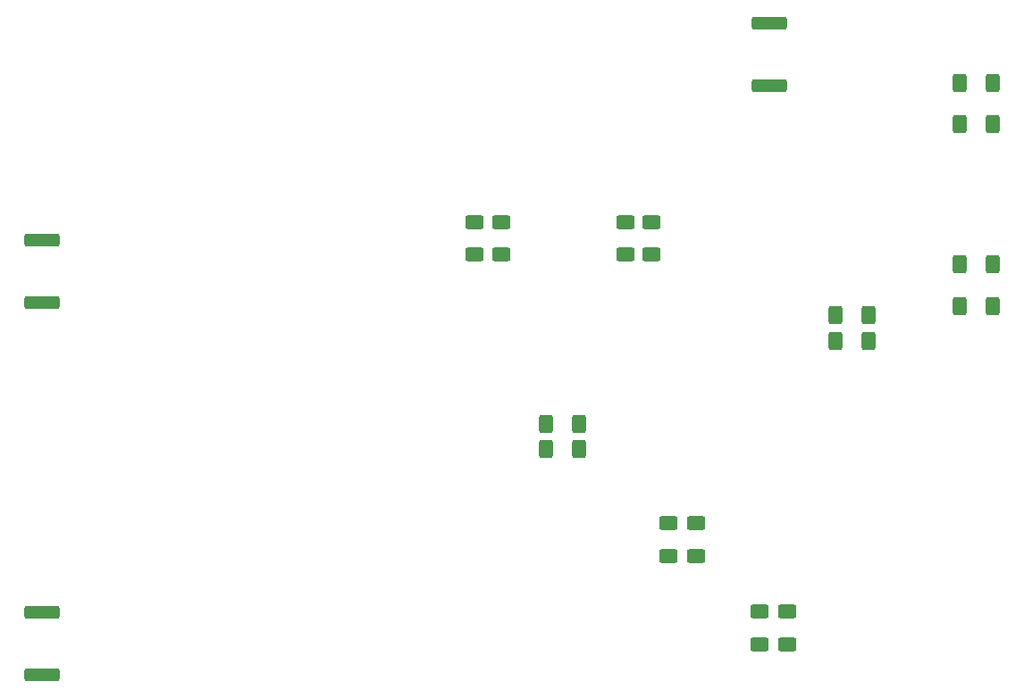
<source format=gbr>
%TF.GenerationSoftware,KiCad,Pcbnew,(6.0.0)*%
%TF.CreationDate,2022-08-03T23:10:52+01:00*%
%TF.ProjectId,Decware SE84 SMD,44656377-6172-4652-9053-45383420534d,rev?*%
%TF.SameCoordinates,Original*%
%TF.FileFunction,Paste,Top*%
%TF.FilePolarity,Positive*%
%FSLAX46Y46*%
G04 Gerber Fmt 4.6, Leading zero omitted, Abs format (unit mm)*
G04 Created by KiCad (PCBNEW (6.0.0)) date 2022-08-03 23:10:52*
%MOMM*%
%LPD*%
G01*
G04 APERTURE LIST*
G04 Aperture macros list*
%AMRoundRect*
0 Rectangle with rounded corners*
0 $1 Rounding radius*
0 $2 $3 $4 $5 $6 $7 $8 $9 X,Y pos of 4 corners*
0 Add a 4 corners polygon primitive as box body*
4,1,4,$2,$3,$4,$5,$6,$7,$8,$9,$2,$3,0*
0 Add four circle primitives for the rounded corners*
1,1,$1+$1,$2,$3*
1,1,$1+$1,$4,$5*
1,1,$1+$1,$6,$7*
1,1,$1+$1,$8,$9*
0 Add four rect primitives between the rounded corners*
20,1,$1+$1,$2,$3,$4,$5,0*
20,1,$1+$1,$4,$5,$6,$7,0*
20,1,$1+$1,$6,$7,$8,$9,0*
20,1,$1+$1,$8,$9,$2,$3,0*%
G04 Aperture macros list end*
%ADD10RoundRect,0.250000X-0.400000X-0.625000X0.400000X-0.625000X0.400000X0.625000X-0.400000X0.625000X0*%
%ADD11RoundRect,0.250000X-0.625000X0.400000X-0.625000X-0.400000X0.625000X-0.400000X0.625000X0.400000X0*%
%ADD12RoundRect,0.250000X0.400000X0.625000X-0.400000X0.625000X-0.400000X-0.625000X0.400000X-0.625000X0*%
%ADD13RoundRect,0.250000X0.625000X-0.400000X0.625000X0.400000X-0.625000X0.400000X-0.625000X-0.400000X0*%
%ADD14RoundRect,0.250000X1.425000X-0.362500X1.425000X0.362500X-1.425000X0.362500X-1.425000X-0.362500X0*%
%ADD15RoundRect,0.250000X-1.425000X0.362500X-1.425000X-0.362500X1.425000X-0.362500X1.425000X0.362500X0*%
G04 APERTURE END LIST*
D10*
%TO.C,R17*%
X130080000Y-88971357D03*
X133180000Y-88971357D03*
%TD*%
D11*
%TO.C,R15*%
X86659046Y-102172464D03*
X86659046Y-105272464D03*
%TD*%
D12*
%TO.C,R12*%
X133180000Y-92897689D03*
X130080000Y-92897689D03*
%TD*%
D13*
%TO.C,R2*%
X113720000Y-142230000D03*
X113720000Y-139130000D03*
%TD*%
D12*
%TO.C,R4*%
X93997536Y-121302464D03*
X90897536Y-121302464D03*
%TD*%
%TO.C,R11*%
X133180000Y-106210353D03*
X130080000Y-106210353D03*
%TD*%
D13*
%TO.C,R8*%
X100897536Y-105272464D03*
X100897536Y-102172464D03*
%TD*%
D11*
%TO.C,R13*%
X105095333Y-130732464D03*
X105095333Y-133832464D03*
%TD*%
D10*
%TO.C,R9*%
X118307536Y-113462464D03*
X121407536Y-113462464D03*
%TD*%
D13*
%TO.C,R16*%
X84094666Y-105272464D03*
X84094666Y-102172464D03*
%TD*%
D10*
%TO.C,R10*%
X118307536Y-111051455D03*
X121407536Y-111051455D03*
%TD*%
D12*
%TO.C,R6*%
X93997536Y-123726527D03*
X90897536Y-123726527D03*
%TD*%
D14*
%TO.C,R18*%
X43120000Y-145142500D03*
X43120000Y-139217500D03*
%TD*%
D15*
%TO.C,R7*%
X112030000Y-83297500D03*
X112030000Y-89222500D03*
%TD*%
D14*
%TO.C,R21*%
X43120000Y-109832500D03*
X43120000Y-103907500D03*
%TD*%
D13*
%TO.C,R14*%
X102499572Y-133832464D03*
X102499572Y-130732464D03*
%TD*%
%TO.C,R3*%
X111090000Y-142230000D03*
X111090000Y-139130000D03*
%TD*%
%TO.C,R5*%
X98367536Y-105272464D03*
X98367536Y-102172464D03*
%TD*%
D10*
%TO.C,R19*%
X130080000Y-110136685D03*
X133180000Y-110136685D03*
%TD*%
M02*

</source>
